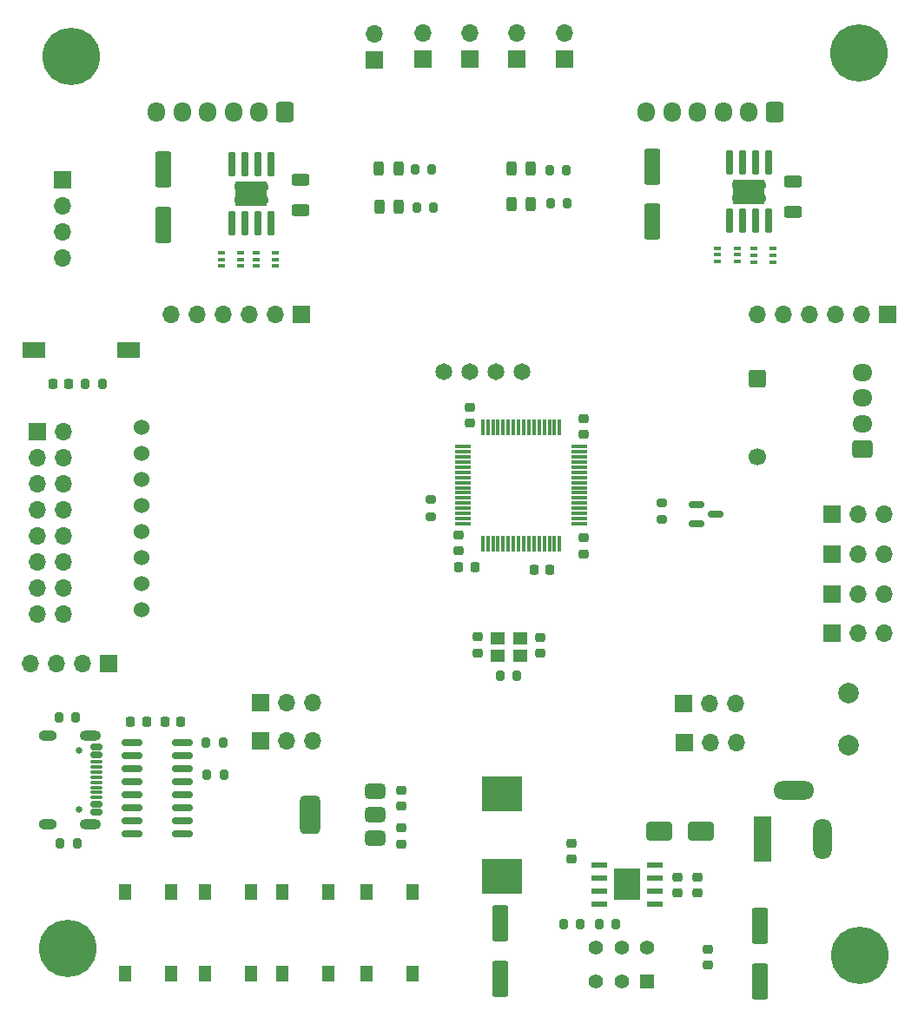
<source format=gbr>
%TF.GenerationSoftware,KiCad,Pcbnew,8.0.1*%
%TF.CreationDate,2024-06-22T21:51:16+08:00*%
%TF.ProjectId,car,6361722e-6b69-4636-9164-5f7063625858,rev?*%
%TF.SameCoordinates,Original*%
%TF.FileFunction,Soldermask,Top*%
%TF.FilePolarity,Negative*%
%FSLAX46Y46*%
G04 Gerber Fmt 4.6, Leading zero omitted, Abs format (unit mm)*
G04 Created by KiCad (PCBNEW 8.0.1) date 2024-06-22 21:51:16*
%MOMM*%
%LPD*%
G01*
G04 APERTURE LIST*
G04 Aperture macros list*
%AMRoundRect*
0 Rectangle with rounded corners*
0 $1 Rounding radius*
0 $2 $3 $4 $5 $6 $7 $8 $9 X,Y pos of 4 corners*
0 Add a 4 corners polygon primitive as box body*
4,1,4,$2,$3,$4,$5,$6,$7,$8,$9,$2,$3,0*
0 Add four circle primitives for the rounded corners*
1,1,$1+$1,$2,$3*
1,1,$1+$1,$4,$5*
1,1,$1+$1,$6,$7*
1,1,$1+$1,$8,$9*
0 Add four rect primitives between the rounded corners*
20,1,$1+$1,$2,$3,$4,$5,0*
20,1,$1+$1,$4,$5,$6,$7,0*
20,1,$1+$1,$6,$7,$8,$9,0*
20,1,$1+$1,$8,$9,$2,$3,0*%
G04 Aperture macros list end*
%ADD10R,1.700000X1.700000*%
%ADD11O,1.700000X1.700000*%
%ADD12RoundRect,0.225000X0.250000X-0.225000X0.250000X0.225000X-0.250000X0.225000X-0.250000X-0.225000X0*%
%ADD13R,1.550000X0.600000*%
%ADD14R,2.600000X3.100000*%
%ADD15RoundRect,0.250000X0.600000X0.725000X-0.600000X0.725000X-0.600000X-0.725000X0.600000X-0.725000X0*%
%ADD16O,1.700000X1.950000*%
%ADD17RoundRect,0.100000X0.225000X0.100000X-0.225000X0.100000X-0.225000X-0.100000X0.225000X-0.100000X0*%
%ADD18RoundRect,0.375000X0.625000X0.375000X-0.625000X0.375000X-0.625000X-0.375000X0.625000X-0.375000X0*%
%ADD19RoundRect,0.500000X0.500000X1.400000X-0.500000X1.400000X-0.500000X-1.400000X0.500000X-1.400000X0*%
%ADD20R,1.800000X4.400000*%
%ADD21O,1.800000X4.000000*%
%ADD22O,4.000000X1.800000*%
%ADD23RoundRect,0.250000X-0.550000X1.500000X-0.550000X-1.500000X0.550000X-1.500000X0.550000X1.500000X0*%
%ADD24RoundRect,0.225000X-0.225000X-0.250000X0.225000X-0.250000X0.225000X0.250000X-0.225000X0.250000X0*%
%ADD25C,0.650000*%
%ADD26RoundRect,0.150000X-0.425000X0.150000X-0.425000X-0.150000X0.425000X-0.150000X0.425000X0.150000X0*%
%ADD27RoundRect,0.075000X-0.500000X0.075000X-0.500000X-0.075000X0.500000X-0.075000X0.500000X0.075000X0*%
%ADD28O,2.100000X1.000000*%
%ADD29O,1.800000X1.000000*%
%ADD30RoundRect,0.200000X-0.200000X-0.275000X0.200000X-0.275000X0.200000X0.275000X-0.200000X0.275000X0*%
%ADD31C,5.600000*%
%ADD32RoundRect,0.250000X-0.625000X0.312500X-0.625000X-0.312500X0.625000X-0.312500X0.625000X0.312500X0*%
%ADD33R,2.180000X1.600000*%
%ADD34RoundRect,0.225000X-0.250000X0.225000X-0.250000X-0.225000X0.250000X-0.225000X0.250000X0.225000X0*%
%ADD35RoundRect,0.225000X0.225000X0.250000X-0.225000X0.250000X-0.225000X-0.250000X0.225000X-0.250000X0*%
%ADD36R,1.300000X1.550000*%
%ADD37RoundRect,0.200000X0.275000X-0.200000X0.275000X0.200000X-0.275000X0.200000X-0.275000X-0.200000X0*%
%ADD38R,1.400000X1.400000*%
%ADD39C,1.400000*%
%ADD40RoundRect,0.249900X-0.600100X0.600100X-0.600100X-0.600100X0.600100X-0.600100X0.600100X0.600100X0*%
%ADD41C,1.700000*%
%ADD42R,4.000000X3.500000*%
%ADD43RoundRect,0.243750X-0.243750X-0.456250X0.243750X-0.456250X0.243750X0.456250X-0.243750X0.456250X0*%
%ADD44RoundRect,0.250000X0.625000X-0.312500X0.625000X0.312500X-0.625000X0.312500X-0.625000X-0.312500X0*%
%ADD45RoundRect,0.200000X-0.275000X0.200000X-0.275000X-0.200000X0.275000X-0.200000X0.275000X0.200000X0*%
%ADD46R,3.100000X2.400000*%
%ADD47RoundRect,0.070000X0.250000X-1.100000X0.250000X1.100000X-0.250000X1.100000X-0.250000X-1.100000X0*%
%ADD48C,0.770000*%
%ADD49C,1.650000*%
%ADD50R,1.400000X1.200000*%
%ADD51RoundRect,0.200000X0.200000X0.275000X-0.200000X0.275000X-0.200000X-0.275000X0.200000X-0.275000X0*%
%ADD52C,2.000000*%
%ADD53RoundRect,0.075000X0.075000X-0.700000X0.075000X0.700000X-0.075000X0.700000X-0.075000X-0.700000X0*%
%ADD54RoundRect,0.075000X0.700000X-0.075000X0.700000X0.075000X-0.700000X0.075000X-0.700000X-0.075000X0*%
%ADD55RoundRect,0.250000X0.725000X-0.600000X0.725000X0.600000X-0.725000X0.600000X-0.725000X-0.600000X0*%
%ADD56O,1.950000X1.700000*%
%ADD57RoundRect,0.250000X-1.000000X-0.650000X1.000000X-0.650000X1.000000X0.650000X-1.000000X0.650000X0*%
%ADD58RoundRect,0.150000X-0.825000X-0.150000X0.825000X-0.150000X0.825000X0.150000X-0.825000X0.150000X0*%
%ADD59C,1.524000*%
%ADD60RoundRect,0.150000X-0.587500X-0.150000X0.587500X-0.150000X0.587500X0.150000X-0.587500X0.150000X0*%
G04 APERTURE END LIST*
D10*
%TO.C,UART2*%
X183000000Y-56200000D03*
D11*
X183000000Y-53660000D03*
%TD*%
D12*
%TO.C,C19*%
X184925000Y-92750000D03*
X184925000Y-91200000D03*
%TD*%
D13*
%TO.C,U7*%
X186400000Y-134695000D03*
X186400000Y-135965000D03*
X186400000Y-137235000D03*
X186400000Y-138505000D03*
X191800000Y-138505000D03*
X191800000Y-137235000D03*
X191800000Y-135965000D03*
X191800000Y-134695000D03*
D14*
X189100000Y-136600000D03*
%TD*%
D15*
%TO.C,J4*%
X203500000Y-61300000D03*
D16*
X201000000Y-61300000D03*
X198500000Y-61300000D03*
X196000000Y-61300000D03*
X193500000Y-61300000D03*
X191000000Y-61300000D03*
%TD*%
D17*
%TO.C,U6*%
X151450000Y-76350000D03*
X151450000Y-75700000D03*
X151450000Y-75050000D03*
X149550000Y-75050000D03*
X149550000Y-75700000D03*
X149550000Y-76350000D03*
%TD*%
D10*
%TO.C,CH4*%
X209075000Y-104400000D03*
D11*
X211615000Y-104400000D03*
X214155000Y-104400000D03*
%TD*%
D18*
%TO.C,U11*%
X164550000Y-132100000D03*
X164550000Y-129800000D03*
X164550000Y-127500000D03*
D19*
X158250000Y-129800000D03*
%TD*%
D10*
%TO.C,CH2*%
X209075000Y-112100000D03*
D11*
X211615000Y-112100000D03*
X214155000Y-112100000D03*
%TD*%
D10*
%TO.C,UART5*%
X169200000Y-56200000D03*
D11*
X169200000Y-53660000D03*
%TD*%
D10*
%TO.C,PB2 PB3*%
X131660000Y-92500000D03*
D11*
X134200000Y-92500000D03*
X131660000Y-95040000D03*
X134200000Y-95040000D03*
X131660000Y-97580000D03*
X134200000Y-97580000D03*
X131660000Y-100120000D03*
X134200000Y-100120000D03*
X131660000Y-102660000D03*
X134200000Y-102660000D03*
X131660000Y-105200000D03*
X134200000Y-105200000D03*
X131660000Y-107740000D03*
X134200000Y-107740000D03*
X131660000Y-110280000D03*
X134200000Y-110280000D03*
%TD*%
D20*
%TO.C,J1*%
X202345000Y-132230000D03*
D21*
X208145000Y-132230000D03*
D22*
X205345000Y-127430000D03*
%TD*%
D10*
%TO.C,UART1*%
X164500000Y-56275000D03*
D11*
X164500000Y-53735000D03*
%TD*%
D17*
%TO.C,U3*%
X203350000Y-75950000D03*
X203350000Y-75300000D03*
X203350000Y-74650000D03*
X201450000Y-74650000D03*
X201450000Y-75300000D03*
X201450000Y-75950000D03*
%TD*%
D23*
%TO.C,C5*%
X202100000Y-140700000D03*
X202100000Y-146100000D03*
%TD*%
D24*
%TO.C,C15*%
X133150000Y-87800000D03*
X134700000Y-87800000D03*
%TD*%
D25*
%TO.C,P1*%
X135695000Y-123520000D03*
X135695000Y-129300000D03*
D26*
X137375000Y-123210000D03*
X137375000Y-124010000D03*
D27*
X137375000Y-125160000D03*
X137375000Y-126160000D03*
X137375000Y-126660000D03*
X137375000Y-127660000D03*
D26*
X137375000Y-128810000D03*
X137375000Y-129610000D03*
X137375000Y-129610000D03*
X137375000Y-128810000D03*
D27*
X137375000Y-128160000D03*
X137375000Y-127160000D03*
X137375000Y-125660000D03*
X137375000Y-124660000D03*
D26*
X137375000Y-124010000D03*
X137375000Y-123210000D03*
D28*
X136800000Y-122090000D03*
D29*
X132620000Y-122090000D03*
D28*
X136800000Y-130730000D03*
D29*
X132620000Y-130730000D03*
%TD*%
D30*
%TO.C,R7*%
X181562500Y-67000000D03*
X183212500Y-67000000D03*
%TD*%
D31*
%TO.C,H4*%
X211800000Y-143500000D03*
%TD*%
%TO.C,H2*%
X211700000Y-55600000D03*
%TD*%
D32*
%TO.C,R1*%
X157300000Y-67937500D03*
X157300000Y-70862500D03*
%TD*%
D33*
%TO.C,SW7*%
X131310000Y-84500000D03*
X140490000Y-84500000D03*
%TD*%
D30*
%TO.C,R18*%
X186400000Y-140500000D03*
X188050000Y-140500000D03*
%TD*%
D24*
%TO.C,C3*%
X140725000Y-120800000D03*
X142275000Y-120800000D03*
%TD*%
D31*
%TO.C,H3*%
X134600000Y-142900000D03*
%TD*%
D12*
%TO.C,C16*%
X174567500Y-114050000D03*
X174567500Y-112500000D03*
%TD*%
D30*
%TO.C,R9*%
X133745000Y-120310000D03*
X135395000Y-120310000D03*
%TD*%
D34*
%TO.C,C20*%
X184925000Y-102850000D03*
X184925000Y-104400000D03*
%TD*%
D30*
%TO.C,R6*%
X168637500Y-70600000D03*
X170287500Y-70600000D03*
%TD*%
D35*
%TO.C,C18*%
X181625000Y-105950000D03*
X180075000Y-105950000D03*
%TD*%
D36*
%TO.C,KEY3*%
X155500000Y-145300000D03*
X155500000Y-137350000D03*
X160000000Y-145300000D03*
X160000000Y-137350000D03*
%TD*%
D37*
%TO.C,R17*%
X170025000Y-100775000D03*
X170025000Y-99125000D03*
%TD*%
D38*
%TO.C,\u7535\u6E90*%
X191107500Y-146050000D03*
D39*
X188607500Y-146050000D03*
X186107500Y-146050000D03*
X191107500Y-142750000D03*
X188607500Y-142750000D03*
X186107500Y-142750000D03*
%TD*%
D12*
%TO.C,C13*%
X183700000Y-134175000D03*
X183700000Y-132625000D03*
%TD*%
D10*
%TO.C,GND*%
X194720000Y-122800000D03*
D11*
X197260000Y-122800000D03*
X199800000Y-122800000D03*
%TD*%
D40*
%TO.C,BZ2*%
X201800000Y-87300000D03*
D41*
X201800000Y-94900000D03*
%TD*%
D10*
%TO.C,DIO CLK 3.3 GND*%
X138600000Y-115125000D03*
D11*
X136060000Y-115125000D03*
X133520000Y-115125000D03*
X130980000Y-115125000D03*
%TD*%
D10*
%TO.C,5V*%
X194660000Y-119000000D03*
D11*
X197200000Y-119000000D03*
X199740000Y-119000000D03*
%TD*%
D42*
%TO.C,L2*%
X176900000Y-127800000D03*
X176900000Y-135800000D03*
%TD*%
D43*
%TO.C,D5*%
X177825000Y-70300000D03*
X179700000Y-70300000D03*
%TD*%
D44*
%TO.C,R2*%
X205315000Y-71050000D03*
X205315000Y-68125000D03*
%TD*%
D34*
%TO.C,C9*%
X167150000Y-127450000D03*
X167150000Y-129000000D03*
%TD*%
D10*
%TO.C,EIGHT-WAY*%
X134100000Y-67960000D03*
D11*
X134100000Y-70500000D03*
X134100000Y-73040000D03*
X134100000Y-75580000D03*
%TD*%
D10*
%TO.C,J3*%
X214560000Y-81025000D03*
D11*
X212020000Y-81025000D03*
X209480000Y-81025000D03*
X206940000Y-81025000D03*
X204400000Y-81025000D03*
X201860000Y-81025000D03*
%TD*%
D36*
%TO.C,KEY1*%
X140200000Y-145300000D03*
X140200000Y-137350000D03*
X144700000Y-145300000D03*
X144700000Y-137350000D03*
%TD*%
D45*
%TO.C,R12*%
X192537500Y-99425000D03*
X192537500Y-101075000D03*
%TD*%
D12*
%TO.C,C11*%
X196000000Y-137475000D03*
X196000000Y-135925000D03*
%TD*%
D43*
%TO.C,D2*%
X164950000Y-66825000D03*
X166825000Y-66825000D03*
%TD*%
D30*
%TO.C,R5*%
X168462500Y-66925000D03*
X170112500Y-66925000D03*
%TD*%
D23*
%TO.C,C23*%
X176800000Y-140400000D03*
X176800000Y-145800000D03*
%TD*%
D46*
%TO.C,U8*%
X201015000Y-69075000D03*
D47*
X199110000Y-71950000D03*
X200380000Y-71950000D03*
X201650000Y-71950000D03*
X202920000Y-71950000D03*
X202920000Y-66200000D03*
X201650000Y-66200000D03*
X200380000Y-66200000D03*
X199110000Y-66200000D03*
D48*
X199715000Y-69725000D03*
X201015000Y-69725000D03*
X202315000Y-69725000D03*
X199715000Y-68425000D03*
X201015000Y-68425000D03*
X202315000Y-68425000D03*
%TD*%
D12*
%TO.C,C4*%
X194000000Y-137450000D03*
X194000000Y-135900000D03*
%TD*%
D23*
%TO.C,C1*%
X191615000Y-66625000D03*
X191615000Y-72025000D03*
%TD*%
D49*
%TO.C,OLED1*%
X171220000Y-86602000D03*
X173760000Y-86600000D03*
X176300000Y-86600000D03*
X178840000Y-86600000D03*
%TD*%
D10*
%TO.C,CH1*%
X209075000Y-108300000D03*
D11*
X211615000Y-108300000D03*
X214155000Y-108300000D03*
%TD*%
D46*
%TO.C,U5*%
X152500000Y-69250000D03*
D47*
X150595000Y-72125000D03*
X151865000Y-72125000D03*
X153135000Y-72125000D03*
X154405000Y-72125000D03*
X154405000Y-66375000D03*
X153135000Y-66375000D03*
X151865000Y-66375000D03*
X150595000Y-66375000D03*
D48*
X151200000Y-69900000D03*
X152500000Y-69900000D03*
X153800000Y-69900000D03*
X151200000Y-68600000D03*
X152500000Y-68600000D03*
X153800000Y-68600000D03*
%TD*%
D50*
%TO.C,Y1*%
X176500000Y-114300000D03*
X178700000Y-114300000D03*
X178700000Y-112600000D03*
X176500000Y-112600000D03*
%TD*%
D17*
%TO.C,U2*%
X154850000Y-76350000D03*
X154850000Y-75700000D03*
X154850000Y-75050000D03*
X152950000Y-75050000D03*
X152950000Y-75700000D03*
X152950000Y-76350000D03*
%TD*%
D51*
%TO.C,R3*%
X149725000Y-122800000D03*
X148075000Y-122800000D03*
%TD*%
D34*
%TO.C,C17*%
X180667500Y-112525000D03*
X180667500Y-114075000D03*
%TD*%
D30*
%TO.C,R14*%
X182925000Y-140500000D03*
X184575000Y-140500000D03*
%TD*%
D10*
%TO.C,CH5*%
X209095000Y-100530000D03*
D11*
X211635000Y-100530000D03*
X214175000Y-100530000D03*
%TD*%
D30*
%TO.C,R8*%
X181637500Y-70200000D03*
X183287500Y-70200000D03*
%TD*%
D34*
%TO.C,C12*%
X167150000Y-131125000D03*
X167150000Y-132675000D03*
%TD*%
D36*
%TO.C,KEY4*%
X168200000Y-137325000D03*
X168200000Y-145275000D03*
X163700000Y-137325000D03*
X163700000Y-145275000D03*
%TD*%
D10*
%TO.C,J16*%
X157380000Y-81025000D03*
D11*
X154840000Y-81025000D03*
X152300000Y-81025000D03*
X149760000Y-81025000D03*
X147220000Y-81025000D03*
X144680000Y-81025000D03*
%TD*%
D52*
%TO.C,J13*%
X210700000Y-123040000D03*
X210700000Y-117960000D03*
%TD*%
D43*
%TO.C,D4*%
X177825000Y-66800000D03*
X179700000Y-66800000D03*
%TD*%
D34*
%TO.C,C21*%
X172725000Y-102575000D03*
X172725000Y-104125000D03*
%TD*%
D53*
%TO.C,U1*%
X175050000Y-103375000D03*
X175550000Y-103375000D03*
X176050000Y-103375000D03*
X176550000Y-103375000D03*
X177050000Y-103375000D03*
X177550000Y-103375000D03*
X178050000Y-103375000D03*
X178550000Y-103375000D03*
X179050000Y-103375000D03*
X179550000Y-103375000D03*
X180050000Y-103375000D03*
X180550000Y-103375000D03*
X181050000Y-103375000D03*
X181550000Y-103375000D03*
X182050000Y-103375000D03*
X182550000Y-103375000D03*
D54*
X184475000Y-101450000D03*
X184475000Y-100950000D03*
X184475000Y-100450000D03*
X184475000Y-99950000D03*
X184475000Y-99450000D03*
X184475000Y-98950000D03*
X184475000Y-98450000D03*
X184475000Y-97950000D03*
X184475000Y-97450000D03*
X184475000Y-96950000D03*
X184475000Y-96450000D03*
X184475000Y-95950000D03*
X184475000Y-95450000D03*
X184475000Y-94950000D03*
X184475000Y-94450000D03*
X184475000Y-93950000D03*
D53*
X182550000Y-92025000D03*
X182050000Y-92025000D03*
X181550000Y-92025000D03*
X181050000Y-92025000D03*
X180550000Y-92025000D03*
X180050000Y-92025000D03*
X179550000Y-92025000D03*
X179050000Y-92025000D03*
X178550000Y-92025000D03*
X178050000Y-92025000D03*
X177550000Y-92025000D03*
X177050000Y-92025000D03*
X176550000Y-92025000D03*
X176050000Y-92025000D03*
X175550000Y-92025000D03*
X175050000Y-92025000D03*
D54*
X173125000Y-93950000D03*
X173125000Y-94450000D03*
X173125000Y-94950000D03*
X173125000Y-95450000D03*
X173125000Y-95950000D03*
X173125000Y-96450000D03*
X173125000Y-96950000D03*
X173125000Y-97450000D03*
X173125000Y-97950000D03*
X173125000Y-98450000D03*
X173125000Y-98950000D03*
X173125000Y-99450000D03*
X173125000Y-99950000D03*
X173125000Y-100450000D03*
X173125000Y-100950000D03*
X173125000Y-101450000D03*
%TD*%
D10*
%TO.C,3.3V*%
X153375000Y-118900000D03*
D11*
X155915000Y-118900000D03*
X158455000Y-118900000D03*
%TD*%
D35*
%TO.C,C10*%
X145650000Y-120800000D03*
X144100000Y-120800000D03*
%TD*%
D51*
%TO.C,R4*%
X149800000Y-125900000D03*
X148150000Y-125900000D03*
%TD*%
D12*
%TO.C,C6*%
X197000000Y-144475000D03*
X197000000Y-142925000D03*
%TD*%
D55*
%TO.C,K210*%
X212100000Y-94200000D03*
D56*
X212100000Y-91700000D03*
X212100000Y-89200000D03*
X212100000Y-86700000D03*
%TD*%
D57*
%TO.C,D1*%
X192300000Y-131400000D03*
X196300000Y-131400000D03*
%TD*%
D36*
%TO.C,KEY2*%
X148000000Y-145300000D03*
X148000000Y-137350000D03*
X152500000Y-145300000D03*
X152500000Y-137350000D03*
%TD*%
D43*
%TO.C,D3*%
X164987500Y-70562500D03*
X166862500Y-70562500D03*
%TD*%
D58*
%TO.C,U10*%
X140825000Y-122755000D03*
X140825000Y-124025000D03*
X140825000Y-125295000D03*
X140825000Y-126565000D03*
X140825000Y-127835000D03*
X140825000Y-129105000D03*
X140825000Y-130375000D03*
X140825000Y-131645000D03*
X145775000Y-131645000D03*
X145775000Y-130375000D03*
X145775000Y-129105000D03*
X145775000Y-127835000D03*
X145775000Y-126565000D03*
X145775000Y-125295000D03*
X145775000Y-124025000D03*
X145775000Y-122755000D03*
%TD*%
D30*
%TO.C,R16*%
X176742500Y-116300000D03*
X178392500Y-116300000D03*
%TD*%
D59*
%TO.C,MPU6050*%
X141800000Y-92100000D03*
X141800000Y-94640000D03*
X141800000Y-97180000D03*
X141800000Y-99720000D03*
X141800000Y-102260000D03*
X141800000Y-104800000D03*
X141800000Y-107340000D03*
X141800000Y-109880000D03*
%TD*%
D10*
%TO.C,UART4*%
X173800000Y-56200000D03*
D11*
X173800000Y-53660000D03*
%TD*%
D10*
%TO.C,GND*%
X153420000Y-122625000D03*
D11*
X155960000Y-122625000D03*
X158500000Y-122625000D03*
%TD*%
D51*
%TO.C,R13*%
X135520000Y-132610000D03*
X133870000Y-132610000D03*
%TD*%
D23*
%TO.C,C2*%
X143900000Y-66900000D03*
X143900000Y-72300000D03*
%TD*%
D17*
%TO.C,U4*%
X199850000Y-75900000D03*
X199850000Y-75250000D03*
X199850000Y-74600000D03*
X197950000Y-74600000D03*
X197950000Y-75250000D03*
X197950000Y-75900000D03*
%TD*%
D15*
%TO.C,J2*%
X155750000Y-61350000D03*
D16*
X153250000Y-61350000D03*
X150750000Y-61350000D03*
X148250000Y-61350000D03*
X145750000Y-61350000D03*
X143250000Y-61350000D03*
%TD*%
D31*
%TO.C,H1*%
X134900000Y-55900000D03*
%TD*%
D12*
%TO.C,C14*%
X173825000Y-91625000D03*
X173825000Y-90075000D03*
%TD*%
D35*
%TO.C,C22*%
X174275000Y-105650000D03*
X172725000Y-105650000D03*
%TD*%
D30*
%TO.C,R15*%
X136300000Y-87800000D03*
X137950000Y-87800000D03*
%TD*%
D60*
%TO.C,Q1*%
X195900000Y-99600000D03*
X195900000Y-101500000D03*
X197775000Y-100550000D03*
%TD*%
D10*
%TO.C,UART3*%
X178400000Y-56200000D03*
D11*
X178400000Y-53660000D03*
%TD*%
M02*

</source>
